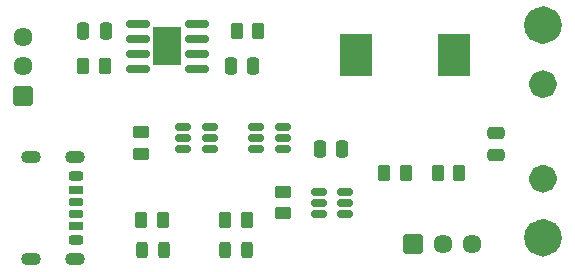
<source format=gbr>
%TF.GenerationSoftware,KiCad,Pcbnew,9.0.1*%
%TF.CreationDate,2025-07-07T08:11:32+05:30*%
%TF.ProjectId,BATTERY_CHARGING,42415454-4552-4595-9f43-48415247494e,rev?*%
%TF.SameCoordinates,Original*%
%TF.FileFunction,Soldermask,Top*%
%TF.FilePolarity,Negative*%
%FSLAX46Y46*%
G04 Gerber Fmt 4.6, Leading zero omitted, Abs format (unit mm)*
G04 Created by KiCad (PCBNEW 9.0.1) date 2025-07-07 08:11:32*
%MOMM*%
%LPD*%
G01*
G04 APERTURE LIST*
G04 Aperture macros list*
%AMRoundRect*
0 Rectangle with rounded corners*
0 $1 Rounding radius*
0 $2 $3 $4 $5 $6 $7 $8 $9 X,Y pos of 4 corners*
0 Add a 4 corners polygon primitive as box body*
4,1,4,$2,$3,$4,$5,$6,$7,$8,$9,$2,$3,0*
0 Add four circle primitives for the rounded corners*
1,1,$1+$1,$2,$3*
1,1,$1+$1,$4,$5*
1,1,$1+$1,$6,$7*
1,1,$1+$1,$8,$9*
0 Add four rect primitives between the rounded corners*
20,1,$1+$1,$2,$3,$4,$5,0*
20,1,$1+$1,$4,$5,$6,$7,0*
20,1,$1+$1,$6,$7,$8,$9,0*
20,1,$1+$1,$8,$9,$2,$3,0*%
G04 Aperture macros list end*
%ADD10C,1.600000*%
%ADD11C,1.218034*%
%ADD12RoundRect,0.175000X-0.425000X0.175000X-0.425000X-0.175000X0.425000X-0.175000X0.425000X0.175000X0*%
%ADD13RoundRect,0.190000X0.410000X-0.190000X0.410000X0.190000X-0.410000X0.190000X-0.410000X-0.190000X0*%
%ADD14RoundRect,0.200000X0.400000X-0.200000X0.400000X0.200000X-0.400000X0.200000X-0.400000X-0.200000X0*%
%ADD15RoundRect,0.175000X0.425000X-0.175000X0.425000X0.175000X-0.425000X0.175000X-0.425000X-0.175000X0*%
%ADD16RoundRect,0.190000X-0.410000X0.190000X-0.410000X-0.190000X0.410000X-0.190000X0.410000X0.190000X0*%
%ADD17RoundRect,0.200000X-0.400000X0.200000X-0.400000X-0.200000X0.400000X-0.200000X0.400000X0.200000X0*%
%ADD18O,1.700000X1.100000*%
%ADD19RoundRect,0.102000X-0.704000X-0.704000X0.704000X-0.704000X0.704000X0.704000X-0.704000X0.704000X0*%
%ADD20C,1.612000*%
%ADD21RoundRect,0.250000X-0.262500X-0.450000X0.262500X-0.450000X0.262500X0.450000X-0.262500X0.450000X0*%
%ADD22RoundRect,0.250000X0.475000X-0.250000X0.475000X0.250000X-0.475000X0.250000X-0.475000X-0.250000X0*%
%ADD23RoundRect,0.150000X-0.512500X-0.150000X0.512500X-0.150000X0.512500X0.150000X-0.512500X0.150000X0*%
%ADD24RoundRect,0.250000X-0.250000X-0.475000X0.250000X-0.475000X0.250000X0.475000X-0.250000X0.475000X0*%
%ADD25RoundRect,0.250000X0.250000X0.475000X-0.250000X0.475000X-0.250000X-0.475000X0.250000X-0.475000X0*%
%ADD26RoundRect,0.102000X0.704000X-0.704000X0.704000X0.704000X-0.704000X0.704000X-0.704000X-0.704000X0*%
%ADD27RoundRect,0.250000X-0.450000X0.262500X-0.450000X-0.262500X0.450000X-0.262500X0.450000X0.262500X0*%
%ADD28RoundRect,0.150000X-0.825000X-0.150000X0.825000X-0.150000X0.825000X0.150000X-0.825000X0.150000X0*%
%ADD29R,2.410000X3.300000*%
%ADD30R,2.700000X3.600000*%
%ADD31RoundRect,0.250000X0.450000X-0.262500X0.450000X0.262500X-0.450000X0.262500X-0.450000X-0.262500X0*%
%ADD32RoundRect,0.250000X0.262500X0.450000X-0.262500X0.450000X-0.262500X-0.450000X0.262500X-0.450000X0*%
%ADD33RoundRect,0.243750X-0.243750X-0.456250X0.243750X-0.456250X0.243750X0.456250X-0.243750X0.456250X0*%
G04 APERTURE END LIST*
D10*
X168800000Y-102000000D02*
G75*
G02*
X167200000Y-102000000I-800000J0D01*
G01*
X167200000Y-102000000D02*
G75*
G02*
X168800000Y-102000000I800000J0D01*
G01*
D11*
X168609017Y-115000000D02*
G75*
G02*
X167390983Y-115000000I-609017J0D01*
G01*
X167390983Y-115000000D02*
G75*
G02*
X168609017Y-115000000I609017J0D01*
G01*
X168609017Y-107000000D02*
G75*
G02*
X167390983Y-107000000I-609017J0D01*
G01*
X167390983Y-107000000D02*
G75*
G02*
X168609017Y-107000000I609017J0D01*
G01*
D10*
X168800000Y-120000000D02*
G75*
G02*
X167200000Y-120000000I-800000J0D01*
G01*
X167200000Y-120000000D02*
G75*
G02*
X168800000Y-120000000I800000J0D01*
G01*
D12*
%TO.C,J1*%
X128500000Y-116980000D03*
D13*
X128500000Y-119000000D03*
D14*
X128500000Y-120230000D03*
D15*
X128500000Y-117980000D03*
D16*
X128500000Y-115960000D03*
D17*
X128500000Y-114730000D03*
D18*
X128420000Y-113160000D03*
X124620000Y-113160000D03*
X128420000Y-121800000D03*
X124620000Y-121800000D03*
%TD*%
D19*
%TO.C,SW2*%
X157000000Y-120500000D03*
D20*
X159500000Y-120500000D03*
X162000000Y-120500000D03*
%TD*%
D21*
%TO.C,R7*%
X159087500Y-114500000D03*
X160912500Y-114500000D03*
%TD*%
D22*
%TO.C,C2*%
X164000000Y-113000000D03*
X164000000Y-111100000D03*
%TD*%
D23*
%TO.C,Q1*%
X143725000Y-110600000D03*
X143725000Y-111550000D03*
X143725000Y-112500000D03*
X146000000Y-112500000D03*
X146000000Y-111550000D03*
X146000000Y-110600000D03*
%TD*%
D21*
%TO.C,R5*%
X154587500Y-114500000D03*
X156412500Y-114500000D03*
%TD*%
D24*
%TO.C,C1*%
X129100000Y-102500000D03*
X131000000Y-102500000D03*
%TD*%
D23*
%TO.C,U2*%
X137500000Y-110600000D03*
X137500000Y-111550000D03*
X137500000Y-112500000D03*
X139775000Y-112500000D03*
X139775000Y-111550000D03*
X139775000Y-110600000D03*
%TD*%
D25*
%TO.C,C3*%
X151000000Y-112500000D03*
X149100000Y-112500000D03*
%TD*%
D23*
%TO.C,U3*%
X149000000Y-116100000D03*
X149000000Y-117050000D03*
X149000000Y-118000000D03*
X151275000Y-118000000D03*
X151275000Y-117050000D03*
X151275000Y-116100000D03*
%TD*%
D26*
%TO.C,SW1*%
X124000000Y-108000000D03*
D20*
X124000000Y-105500000D03*
X124000000Y-103000000D03*
%TD*%
D21*
%TO.C,R3*%
X142087500Y-102500000D03*
X143912500Y-102500000D03*
%TD*%
D27*
%TO.C,R1*%
X134000000Y-111087500D03*
X134000000Y-112912500D03*
%TD*%
D28*
%TO.C,U1*%
X133725000Y-101895000D03*
X133725000Y-103165000D03*
X133725000Y-104435000D03*
X133725000Y-105705000D03*
X138675000Y-105705000D03*
X138675000Y-104435000D03*
X138675000Y-103165000D03*
X138675000Y-101895000D03*
D29*
X136200000Y-103800000D03*
%TD*%
D30*
%TO.C,L1*%
X152200000Y-104500000D03*
X160500000Y-104500000D03*
%TD*%
D31*
%TO.C,R8*%
X146000000Y-117912500D03*
X146000000Y-116087500D03*
%TD*%
D32*
%TO.C,R6*%
X142912500Y-118500000D03*
X141087500Y-118500000D03*
%TD*%
D33*
%TO.C,D2*%
X141062500Y-121000000D03*
X142937500Y-121000000D03*
%TD*%
%TO.C,D1*%
X134062500Y-121000000D03*
X135937500Y-121000000D03*
%TD*%
D32*
%TO.C,R2*%
X130912500Y-105500000D03*
X129087500Y-105500000D03*
%TD*%
D24*
%TO.C,C4*%
X141550000Y-105500000D03*
X143450000Y-105500000D03*
%TD*%
D21*
%TO.C,R4*%
X134000000Y-118500000D03*
X135825000Y-118500000D03*
%TD*%
M02*

</source>
